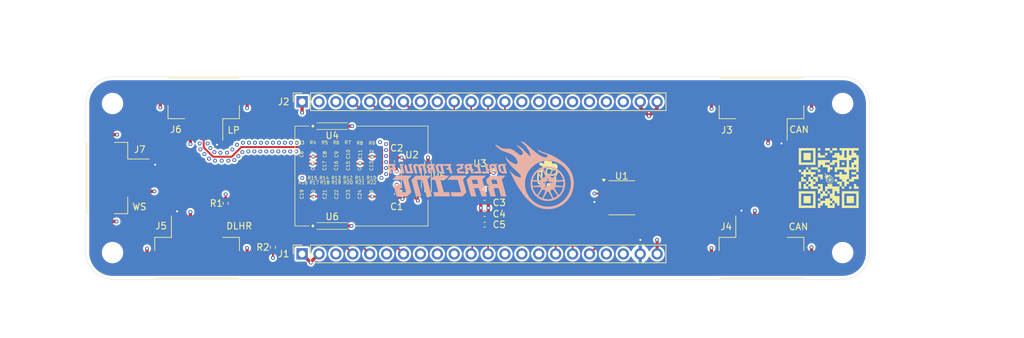
<source format=kicad_pcb>
(kicad_pcb (version 20240108) (generator "pcbnew") (generator_version "8.0")
  (title_block (title "SSS PCB") (date "2024-10-24") (rev "1.0") (company "Dallas Formula Racing") (comment 1 "By: Will Everson"))
  (layers (0 "F.Cu" signal) (1 "In1.Cu" signal) (2 "In2.Cu" signal) (31 "B.Cu" power) (34 "B.Paste" user) (35 "F.Paste" user) (36 "B.SilkS" user "B.Silkscreen") (37 "F.SilkS" user "F.Silkscreen") (38 "B.Mask" user) (39 "F.Mask" user) (44 "Edge.Cuts" user))
  (net 0 "")
  (net 1 "GND")
  (net 2 "CAN_TX")
  (net 4 "Net-(C6-Pad2)")
  (net 6 "+5V")
  (net 9 "CAN_S")
  (net 11 "+3.3V")
  (net 14 "A_SCL")
  (net 17 "CAN_RX")
  (net 19 "I2C_SDA")
  (net 20 "I2C_SCL")
  (net 21 "A_SDA")
  (net 22 "A_CS")
  (net 23 "IMU_SCL")
  (net 28 "IMU_INT2")
  (net 30 "CAN+")
  (net 31 "CAN-")
  (net 33 "IMU_INT1")
  (net 34 "IMU_MISO")
  (net 35 "IMU_CS")
  (net 36 "IMU_MOSI")
  (net 45 "Net-(C7-Pad2)")
  (net 46 "Net-(C8-Pad2)")
  (net 47 "Net-(C9-Pad2)")
  (net 48 "Net-(C10-Pad2)")
  (net 49 "Net-(C11-Pad2)")
  (net 50 "Net-(C12-Pad2)")
  (net 51 "Net-(C13-Pad2)")
  (net 52 "Net-(C14-Pad2)")
  (net 53 "Net-(C15-Pad2)")
  (net 54 "Net-(C16-Pad2)")
  (net 55 "Net-(C17-Pad2)")
  (net 56 "Net-(C18-Pad2)")
  (net 57 "Net-(C19-Pad2)")
  (net 58 "Net-(C20-Pad2)")
  (net 59 "Net-(C21-Pad2)")
  (net 60 "Net-(C22-Pad2)")
  (net 61 "Net-(C23-Pad2)")
  (net 62 "Net-(C24-Pad2)")
  (net 63 "AA_out")
  (net 64 "/WS_IN")
  (net 65 "A_In")
  (net 66 "unconnected-(J2-Pin_8-Pad8)")
  (footprint "Capacitor_SMD:C_0201_0603Metric" (layer "F.Cu") (at 72.325 62.445 90)
    (property "Reference" "C20")
    (property "Value" "10nF")
  )
  (footprint "Capacitor_SMD:C_0201_0603Metric" (layer "F.Cu") (at 78.48 61.265 180)
    (property "Reference" "R21")
    (property "Value" "1k")
  )
  (footprint "Resistor_SMD:R_0402_1005Metric_Pad0.72x0.64mm_HandSolder" (layer "F.Cu") (at 58.3 63.8 -90)
    (property "Reference" "R1")
    (property "Value" "10k")
  )
  (footprint "Capacitor_SMD:C_0201_0603Metric" (layer "F.Cu") (at 72.3 58.145 -90)
    (property "Reference" "C17")
    (property "Value" "10nF")
  )
  (footprint "LOGO" (layer "F.Cu") (at 106.8 58.1)
    (property "Reference" "G***" (hide yes))
    (property "Value" "LOGO" (hide yes))
  )
  (footprint "Capacitor_SMD:C_0201_0603Metric" (layer "F.Cu") (at 80.195 59.365)
    (property "Reference" "R10")
    (property "Value" "1k")
  )
  (footprint "LOGO" (layer "F.Cu") (at 106.6 59.9)
    (property "Reference" "G***" (hide yes))
    (property "Value" "LOGO" (hide yes))
  )
  (footprint "Capacitor_SMD:C_0201_0603Metric" (layer "F.Cu") (at 70.55 58.145 -90)
    (property "Reference" "C18")
    (property "Value" "10nF")
  )
  (footprint "Capacitor_SMD:C_0201_0603Metric" (layer "F.Cu") (at 78.45 55.365 180)
    (property "Reference" "R8")
    (property "Value" "1k")
  )
  (footprint "Connector_Hirose:Hirose_DF3EA-04P-2H_1x04-1MP_P2.00mm_Horizontal" (layer "F.Cu") (at 138.8 70.075)
    (property "Reference" "J4")
    (property "Value" "I2C")
  )
  (footprint "MountingHole:MountingHole_2.7mm_M2.5" (layer "F.Cu") (at 41.3 71.2)
    (property "Reference" "H2" (hide yes))
    (property "Value" "MountingHole")
  )
  (footprint "Capacitor_SMD:C_0402_1005Metric_Pad0.74x0.62mm_HandSolder" (layer "F.Cu") (at 97.2 65.4)
    (property "Reference" "C4")
    (property "Value" "0.1μF")
  )
  (footprint "Capacitor_SMD:C_0201_0603Metric" (layer "F.Cu") (at 74.05 62.465 90)
    (property "Reference" "C21")
    (property "Value" "10nF")
  )
  (footprint "Capacitor_SMD:C_0201_0603Metric" (layer "F.Cu") (at 75.8 56.445 90)
    (property "Reference" "C9")
    (property "Value" "10nF")
  )
  (footprint "Capacitor_SMD:C_0201_0603Metric" (layer "F.Cu") (at 77.55 62.465 90)
    (property "Reference" "C23")
    (property "Value" "10nF")
  )
  (footprint "Capacitor_SMD:C_0201_0603Metric" (layer "F.Cu") (at 79.35 56.465 90)
    (property "Reference" "C11")
    (property "Value" "10nF")
  )
  (footprint "Capacitor_SMD:C_0201_0603Metric" (layer "F.Cu") (at 75.845 58.165 -90)
    (property "Reference" "C15")
    (property "Value" "10nF")
  )
  (footprint "Capacitor_SMD:C_0201_0603Metric" (layer "F.Cu") (at 76.65 55.345 180)
    (property "Reference" "R7")
    (property "Value" "1k")
  )
  (footprint "Capacitor_SMD:C_0201_0603Metric" (layer "F.Cu") (at 77.55 56.445 90)
    (property "Reference" "C10")
    (property "Value" "10nF")
  )
  (footprint "Package_SO:SOIC-8_3.9x4.9mm_P1.27mm" (layer "F.Cu") (at 117.81 62.965)
    (property "Reference" "U1")
    (property "Value" "TJA1051T")
  )
  (footprint "Capacitor_SMD:C_0201_0603Metric" (layer "F.Cu") (at 74.9 55.345 180)
    (property "Reference" "R6")
    (property "Value" "1k")
  )
  (footprint "S1001-46R:S100146R" (layer "F.Cu") (at 74.3 52.2)
    (property "Reference" "U4")
    (property "Value" "S1001-46R" (hide yes))
  )
  (footprint "Capacitor_SMD:C_0201_0603Metric" (layer "F.Cu") (at 74.05 56.445 90)
    (property "Reference" "C8")
    (property "Value" "10nF")
  )
  (footprint "Capacitor_SMD:C_0201_0603Metric" (layer "F.Cu") (at 70.55 56.445 90)
    (property "Reference" "C6")
    (property "Value" "10nF")
  )
  (footprint "Capacitor_SMD:C_0201_0603Metric" (layer "F.Cu") (at 74.05 58.145 -90)
    (property "Reference" "C16")
    (property "Value" "10nF")
  )
  (footprint "Capacitor_SMD:C_0201_0603Metric" (layer "F.Cu") (at 79.345 58.175 -90)
    (property "Reference" "C13")
    (property "Value" "10nF")
  )
  (footprint "S1001-46R:S100146R" (layer "F.Cu") (at 74.3 67.2)
    (property "Reference" "U6")
    (property "Value" "S1001-46R" (hide yes))
  )
  (footprint "Capacitor_SMD:C_0201_0603Metric" (layer "F.Cu") (at 74.905 61.265 180)
    (property "Reference" "R19")
    (property "Value" "1k")
  )
  (footprint "Capacitor_SMD:C_0201_0603Metric" (layer "F.Cu") (at 73.15 59.345)
    (property "Reference" "R14")
    (property "Value" "1k")
  )
  (footprint "Connector_Hirose:Hirose_DF3EA-04P-2H_1x04-1MP_P2.00mm_Horizontal" (layer "F.Cu") (at 138.8 49.925 180)
    (property "Reference" "J3")
    (property "Value" "I2C")
  )
  (footprint "Capacitor_SMD:C_0201_0603Metric" (layer "F.Cu") (at 76.705 61.265 180)
    (property "Reference" "R20")
    (property "Value" "1k")
  )
  (footprint "ADS8320EB_250:DGK0008A_L" (layer "F.Cu") (at 86.2 60 90)
    (property "Reference" "U2" (hide yes))
    (property "Value" "ADS8320EB_250")
  )
  (footprint "Capacitor_SMD:C_0402_1005Metric_Pad0.74x0.62mm_HandSolder" (layer "F.Cu") (at 84 62.4 90)
    (property "Reference" "C1")
    (property "Value" "10μF")
  )
  (footprint "Capacitor_SMD:C_0201_0603Metric" (layer "F.Cu") (at 80.25 61.265 180)
    (property "Reference" "R22")
    (property "Value" "1k")
  )
  (footprint "Capacitor_SMD:C_0201_0603Metric" (layer "F.Cu") (at 80.25 55.365 180)
    (property "Reference" "R9")
    (property "Value" "1k")
  )
  (footprint "Capacitor_SMD:C_0201_0603Metric" (layer "F.Cu") (at 79.3 62.475 90)
    (property "Reference" "C24")
    (property "Value" "10nF")
  )
  (footprint "Connector_Hirose:Hirose_DF3EA-04P-2H_1x04-1MP_P2.00mm_Horizontal" (layer "F.Cu") (at 54 70.075)
    (property "Reference" "J5")
    (property "Value" "I2C")
  )
  (footprint "Connector_Hirose:Hirose_DF3EA-03P-2H_1x03-1MP_P2.00mm_Horizontal" (layer "F.Cu") (at 42.425 60 -90)
    (property "Reference" "J7")
    (property "Value" "WS")
  )
  (footprint "MountingHole:MountingHole_2.7mm_M2.5" (layer "F.Cu") (at 41.3 48.8)
    (property "Reference" "H3" (hide yes))
    (property "Value" "MountingHole")
  )
  (footprint "Capacitor_SMD:C_0201_0603Metric" (layer "F.Cu") (at 74.95 59.345)
    (property "Reference" "R13")
    (property "Value" "1k")
  )
  (footprint "Capacitor_SMD:C_0201_0603Metric" (layer "F.Cu") (at 73.17 55.345 180)
    (property "Reference" "R5")
    (property "Value" "1k")
  )
  (footprint "Capacitor_SMD:C_0201_0603Metric" (layer "F.Cu") (at 72.3 56.445 90)
    (property "Reference" "C7")
    (property "Value" "10nF")
  )
  (footprint "Capacitor_SMD:C_0201_0603Metric" (layer "F.Cu") (at 69.85 61.325 180)
    (property "Reference" "R16")
    (property "Value" "1k")
  )
  (footprint "MountingHole:MountingHole_2.7mm_M2.5" (layer "F.Cu") (at 151 48.8)
    (property "Reference" "H4" (hide yes))
    (property "Value" "MountingHole")
  )
  (footprint "Capacitor_SMD:C_0201_0603Metric" (layer "F.Cu") (at 69.65 55.345 180)
    (property "Reference" "R3")
    (property "Value" "1k")
  )
  (footprint "Capacitor_SMD:C_0201_0603Metric" (layer "F.Cu") (at 75.8 62.465 90)
    (property "Reference" "C22")
    (property "Value" "10nF")
  )
  (footprint "Connector_PinSocket_2.54mm:PinSocket_1x22_P2.54mm_Vertical" (layer "F.Cu") (at 69.78 48.54 90)
    (property "Reference" "J2")
    (property "Value" "ESP32_Connector_1")
  )
  (footprint "Capacitor_SMD:C_0201_0603Metric" (layer "F.Cu") (at 71.4 59.345)
    (property "Reference" "R15")
    (property "Value" "1k")
  )
  (footprint "MountingHole:MountingHole_2.7mm_M2.5" (layer "F.Cu") (at 151 71.2)
    (property "Reference" "H1" (hide yes))
    (property "Value" "MountingHole")
  )
  (footprint "Capacitor_SMD:C_0201_0603Metric" (layer "F.Cu") (at 70.575 62.445 90)
    (property "Reference" "C19")
    (property "Value" "10nF")
  )
  (footprint "Connector_PinSocket_2.54mm:PinSocket_1x22_P2.54mm_Vertical" (layer "F.Cu") (at 69.78 71.4 90)
    (property "Reference" "J1")
    (property "Value" "ESP32_Connector_0")
  )
  (footprint "Capacitor_SMD:C_0402_1005Metric_Pad0.74x0.62mm_HandSolder" (layer "F.Cu") (at 84 57.5 -90)
    (property "Reference" "C2")
    (property "Value" "1μF")
  )
  (footprint "Resistor_SMD:R_0402_1005Metric_Pad0.72x0.64mm_HandSolder" (layer "F.Cu") (at 65.4 70.4 90)
    (property "Reference" "R2")
    (property "Value" "10k")
  )
  (footprint "S1001-46R:S100146R" (layer "F.Cu") (at 88.7 59.8 90)
    (property "Reference" "U5")
    (property "Value" "S1001-46R" (hide yes))
  )
  (footprint "Capacitor_SMD:C_0201_0603Metric" (layer "F.Cu") (at 81.05 62.475 90)
    (property "Reference" "C25")
    (property "Value" "10nF")
  )
  (footprint "Capacitor_SMD:C_0201_0603Metric" (layer "F.Cu") (at 76.645 59.365)
    (property "Reference" "R12")
    (property "Value" "1k")
  )
  (footprint "Capacitor_SMD:C_0201_0603Metric" (layer "F.Cu") (at 78.445 59.365)
    (property "Reference" "R11")
    (property "Value" "1k")
  )
  (footprint "Capacitor_SMD:C_0402_1005Metric_Pad0.74x0.62mm_HandSolder" (layer "F.Cu") (at 97.2 67 180)
    (property "Reference" "C5")
    (property "Value" "0.1μF")
  )
  (footprint "Capacitor_SMD:C_0201_0603Metric" (layer "F.Cu") (at 71.4 55.345 180)
    (property "Reference" "R4")
    (property "Value" "1k")
  )
  (footprint "DFR:DFR" (layer "F.Cu") (at 75.965 58.15 90)
    (property "Reference" "REF**" (hide yes))
    (property "Value" "DFR" (hide yes))
  )
  (footprint "LOGO" (layer "F.Cu") (at 148.9 60 90)
    (property "Reference" "G***" (hide yes))
    (property "Value" "LOGO" (hide yes))
  )
  (footprint "Capacitor_SMD:C_0201_0603Metric" (layer "F.Cu") (at 81.1 56.465 90)
    (property "Reference" "C12")
    (property "Value" "10nF")
  )
  (footprint "Capacitor_SMD:C_0201_0603Metric" (layer "F.Cu") (at 77.595 58.175 -90)
    (property "Reference" "C14")
    (property "Value" "10nF")
  )
  (footprint "Capacitor_SMD:C_0201_0603Metric" (layer "F.Cu") (at 71.55 61.325 180)
    (property "Reference" "R17")
    (property "Value" "1k")
  )
  (footprint "Connector_Hirose:Hirose_DF3EA-03P-2H_1x03-1MP_P2.00mm_Horizontal" (layer "F.Cu") (at 55 49.925 180)
    (property "Reference" "J6")
    (property "Value" "ADC")
  )
  (footprint "ICM-42688-P:PQFN50P300X250X97-14N" (layer "F.Cu") (at 96.5 60)
    (property "Reference" "U3" (hide yes))
    (property "Value" "ICM-42688-P")
  )
  (footprint "Capacitor_SMD:C_0201_0603Metric" (layer "F.Cu") (at 73.2 61.265 180)
    (property "Reference" "R18")
    (property "Value" "1k")
  )
  (footprint "Capacitor_SMD:C_0402_1005Metric_Pad0.74x0.62mm_HandSolder" (layer "F.Cu") (at 97.2 63.7)
    (property "Reference" "C3")
    (property "Value" "2.2μF")
  )
  (footprint "LOGO" (layer "B.Cu") (at 96.602794 60.076704 180)
    (property "Reference" "G***" (hide yes))
    (property "Value" "LOGO" (hide yes))
  )
  (gr_line (start 88.7 67.2) (end 88.7 63.3) (stroke (width 0.1)) (layer "F.SilkS"))
  (gr_line (start 76.6 51.7) (end 72 51.7) (stroke (width 0.1)) (layer "F.SilkS"))
  (gr_line (start 68.7 52.2) (end 70.8 52.2) (stroke (width 0.1)) (layer "F.SilkS"))
  (gr_line (start 72 52.7) (end 76.6 52.7) (stroke (width 0.1)) (layer "F.SilkS"))
  (gr_line (start 88.2 57.5) (end 88.2 62.1) (stroke (width 0.1)) (layer "F.SilkS"))
  (gr_line (start 77.9 67.2) (end 88.7 67.2) (stroke (width 0.1)) (layer "F.SilkS"))
  (gr_line (start 88.7 52.2) (end 88.7 56.2) (stroke (width 0.1)) (layer "F.SilkS"))
  (gr_line (start 68.7 67.2) (end 70.8 67.2) (stroke (width 0.1)) (layer "F.SilkS"))
  (gr_line (start 89.2 62.1) (end 89.2 57.5) (stroke (width 0.1)) (layer "F.SilkS"))
  (gr_line (start 68.7 52.2) (end 68.7 67.2) (stroke (width 0.1)) (layer "F.SilkS"))
  (gr_line (start 88.7 52.2) (end 78 52.2) (stroke (width 0.1)) (layer "F.SilkS"))
  (gr_circle (center 84.6 62) (end 84.6 61.95) (stroke (width 0.2)) (fill none) (layer "F.SilkS"))
  (gr_line (start 76.6 66.7) (end 72 66.7) (stroke (width 0.1)) (layer "F.SilkS"))
  (gr_line (start 72 67.7) (end 76.6 67.7) (stroke (width 0.1)) (layer "F.SilkS"))
  (gr_arc (start 151 44.8) (mid 153.828427 45.971573) (end 155 48.8) (stroke (width 0.05)) (layer "Edge.Cuts"))
  (gr_line (start 155 48.8) (end 155 71.2) (stroke (width 0.05)) (layer "Edge.Cuts"))
  (gr_arc (start 41.3 75.2) (mid 38.471573 74.028427) (end 37.3 71.2) (stroke (width 0.05)) (layer "Edge.Cuts"))
  (gr_arc (start 155 71.2) (mid 153.828427 74.028427) (end 151 75.2) (stroke (width 0.05)) (layer "Edge.Cuts"))
  (gr_line (start 41.3 44.8) (end 151 44.8) (stroke (width 0.05)) (layer "Edge.Cuts"))
  (gr_line (start 37.3 71.2) (end 37.3 48.8) (stroke (width 0.05)) (layer "Edge.Cuts"))
  (gr_arc (start 37.3 48.8) (mid 38.471573 45.971573) (end 41.3 44.8) (stroke (width 0.05)) (layer "Edge.Cuts"))
  (gr_line (start 151 75.2) (end 41.3 75.2) (stroke (width 0.05)) (layer "Edge.Cuts"))
  (gr_text "U3" (at 96.5 57.8 0) (layer "F.SilkS") (effects (font (size 1 1))))
  (gr_text "LP" (at 58.5 53.4 0) (layer "F.SilkS") (effects (font (size 1 1)) (justify left bottom)))
  (gr_text "WS" (at 44.2 64.9 0) (layer "F.SilkS") (effects (font (size 1 1)) (justify left bottom)))
  (gr_text "CAN" (at 142.9 53.3 0) (layer "F.SilkS") (effects (font (size 1 1)) (justify left bottom)))
  (gr_text "DLHR" (at 58.3 67.8 0) (layer "F.SilkS") (effects (font (size 1 1)) (justify left bottom)))
  (gr_text "CAN" (at 142.8 67.9 0) (layer "F.SilkS") (effects (font (size 1 1)) (justify left bottom)))
  (segment (start 71.45 56.765) (end 70.55 56.765) (width 0.3) (layer "F.Cu") (net 1))
  (segment (start 72.7 67.2) (end 77.2 67.2) (width 0.5) (layer "F.Cu") (net 1))
  (segment (start 69.78 48.54) (end 69.78 50.18) (width 0.5) (layer "F.Cu") (net 1))
  (segment (start 86.524998 62.749999) (end 87.174999 63.4) (width 0.3) (layer "F.Cu") (net 1))
  (segment (start 71.4 57.825) (end 70.55 57.825) (width 0.3) (layer "F.Cu") (net 1))
  (segment (start 96.985 61.4) (end 97 61.4) (width 0.25) (layer "F.Cu") (net 1))
  (segment (start 74.05 62.785) (end 75.8 62.785) (width 0.3) (layer "F.Cu") (net 1))
  (segment (start 96.5 60.915) (end 96.985 61.4) (width 0.25) (layer "F.Cu") (net 1))
  (segment (start 97.665 59.25) (end 98.55 59.25) (width 0.25) (layer "F.Cu") (net 1))
  (segment (start 45.275 62) (end 47.6 62) (width 0.5) (layer "F.Cu") (net 1))
  (segment (start 96.6325 63.7) (end 96.6325 64.5) (width 0.5) (layer "F.Cu") (net 1))
  (segment (start 79.315 57.825) (end 79.345 57.855) (width 0.3) (layer "F.Cu") (net 1))
  (segment (start 139.8 52.575) (end 139.8 54.8) (width 0.5) (layer "F.Cu") (net 1))
  (segment (start 137.8 67.225) (end 137.8 64.9) (width 0.5) (layer "F.Cu") (net 1))
  (segment (start 46.48 72.825) (end 46.48 70.58) (width 0.5) (layer "F.Cu") (net 1))
  (segment (start 77.55 56.765) (end 81.08 56.765) (width 0.3) (layer "F.Cu") (net 1))
  (segment (start 84 61.8325) (end 84 61) (width 0.3) (layer "F.Cu") (net 1))
  (segment (start 72.7 52.2) (end 77.3 52.2) (width 0.5) (layer "F.Cu") (net 1))
  (segment (start 123.12 49.48) (end 121.9 50.7) (width 0.5) (layer "F.Cu") (net 1))
  (segment (start 61.52 47.075) (end 61.52 49.5) (width 0.5) (layer "F.Cu") (net 1))
  (segment (start 72.325 62.765) (end 74.03 62.765) (width 0.3) (layer "F.Cu") (net 1))
  (segment (start 74.05 57.825) (end 79.315 57.825) (width 0.3) (layer "F.Cu") (net 1))
  (segment (start 96.6325 64.5) (end 96.6325 65.4) (width 0.5) (layer "F.Cu") (net 1))
  (segment (start 75.8 56.765) (end 77.55 56.765) (width 0.3) (layer "F.Cu") (net 1))
  (segment (start 88.7 61.4) (end 88.7 56.9) (width 0.5) (layer "F.Cu") (net 1))
  (segment (start 81.08 56.765) (end 81.1 56.785) (width 0.3) (layer "F.Cu") (net 1))
  (segment (start 131.28 46.975) (end 131.28 49.58) (width 0.5) (layer "F.Cu") (net 1))
  (segment (start 74.03 62.765) (end 74.05 62.785) (width 0.3) (layer "F.Cu") (net 1))
  (segment (start 70.575 62.765) (end 72.325 62.765) (width 0.3) (layer "F.Cu") (net 1))
  (segment (start 97 60.915) (end 97 61.4) (width 0.25) (layer "F.Cu") (net 1))
  (segment (start 75.8 62.785) (end 80.3 62.785) (width 0.3) (layer "F.Cu") (net 1))
  (segment (start 123.12 48.54) (end 123.12 49.48) (width 0.5) (layer "F.Cu") (net 1))
  (segment (start 87.174999 62.049998) (end 87.174999 63.4) (width 0.3) (layer "F.Cu") (net 1))
  (segment (start 131.28 72.825) (end 131.28 70.5) (width 0.5) (layer "F.Cu") (net 1))
  (segment (start 71.45 56.765) (end 75.8 56.765) (width 0.3) (layer "F.Cu") (net 1))
  (segment (start 84 59) (end 84 58.0675) (width 0.3) (layer "F.Cu") (net 1))
  (segment (start 39.675 53.48) (end 42 53.48) (width 0.5) (layer "F.Cu") (net 1))
  (segment (start 97 61.4) (end 97 61.7) (width 0.25) (layer "F.Cu") (net 1))
  (segment (start 48.48 47.075) (end 48.48 49.4) (width 0.5) (layer "F.Cu") (net 1))
  (segment (start 61.52 72.825) (end 61.52 70.52) (width 0.5) (layer "F.Cu") (net 1))
  (segment (start 80.3 62.785) (end 81.04 62.785) (width 0.3) (layer "F.Cu") (net 1))
  (segment (start 53 52.775) (end 53 54.9) (width 0.5) (layer "F.Cu") (net 1))
  (segment (start 39.675 66.52) (end 41.9 66.52) (width 0.5) (layer "F.Cu") (net 1))
  (segment (start 123.12 71.4) (end 123.12 69.28) (width 0.5) (layer "F.Cu") (net 1))
  (segment (start 86.524998 62.049998) (end 86.524998 62.749999) (width 0.3) (layer "F.Cu") (net 1))
  (segment (start 146.32 46.975) (end 146.32 49.58) (width 0.5) (layer "F.Cu") (net 1))
  (segment (start 96.6325 65.4) (end 96.6325 67) (width 0.5) (layer "F.Cu") (net 1))
  (segment (start 115.335 62.33) (end 113.7 62.33) (width 0.3) (layer "F.Cu") (net 1))
  (segment (start 120.58 49.38) (end 121.9 50.7) (width 0.5) (layer "F.Cu") (net 1))
  (segment (start 74.05 57.825) (end 71.4 57.825) (width 0.3) (layer "F.Cu") (net 1))
  (segment (start 146.32 72.825) (end 146.32 70.4) (width 0.5) (layer "F.Cu") (net 1))
  (segment (start 146.32 49.58) (end 146.3 49.6) (width 0.5) (layer "F.Cu") (net 1))
  (segment (start 53 67.225) (end 53 65.1) (width 0.5) (layer "F.Cu") (net 1))
  (segment (start 81.04 62.785) (end 81.05 62.795) (width 0.3) (layer "F.Cu") (net 1))
  (segment (start 120.58 48.54) (end 120.58 49.38) (width 0.5) (layer "F.Cu") (net 1))
  (segment (start 61.52 70.52) (end 61.5 70.5) (width 0.5) (layer "F.Cu") (net 1))
  (segment (start 131.28 49.58) (end 131.3 49.6) (width 0.5) (layer "F.Cu") (net 1))
  (via (at 60.8 56.1) (size 0.6) (drill 0.3) (layers "F.Cu" "B.Cu") (net 1))
  (via (at 68 56) (size 0.6) (drill 0.3) (layers "F.Cu" "B.Cu") (net 1))
  (via (at 87.174999 63.4) (size 0.6) (drill 0.3) (layers "F.Cu" "B.Cu") (net 1))
  (via (at 113.7 62.33) (size 0.6) (drill 0.3) (layers "F.Cu" "B.Cu") (net 1))
  (via (at 62.6 56) (size 0.6) (drill 0.3) (layers "F.Cu" "B.Cu") (net 1))
  (via (at 60 55) (size 0.6) (drill 0.3) (layers "F.Cu" "B.Cu") (net 1))
  (via (at 82.4 58.5) (size 0.6) (drill 0.3) (layers "F.Cu" "B.Cu") (net 1))
  (via (at 121.9 50.7) (size 0.6) (drill 0.3) (layers "F.Cu" "B.Cu") (net 1))
  (via (at 82.4 55.8) (size 0.6) (drill 0.3) (layers "F.Cu" "B.Cu") (net 1))
  (via (at 68.1 54.7) (size 0.6) (drill 0.3) (layers "F.Cu" "B.Cu") (net 1))
  (via (at 55.6 54.8) (size 0.6) (drill 0.3) (layers "F.Cu" "B.Cu") (net 1))
  (via (at 82.4 59.4) (size 0.6) (drill 0.3) (layers "F.Cu" "B.Cu") (net 1))
  (via (at 84 59) (size 0.6) (drill 0.3) (layers "F.Cu" "B.Cu") (net 1))
  (via (at 57.5 56.2) (size 0.6) (drill 0.3) (layers "F.Cu" "B.Cu") (net 1))
  (via (at 71.4 57.825) (size 0.6) (drill 0.3) (layers "F.Cu" "B.Cu") (net 1))
  (via (at 66.2 56) (size 0.6) (drill 0.3) (layers "F.Cu" "B.Cu") (net 1))
  (via (at 46.48 70.58) (size 0.6) (drill 0.3) (layers "F.Cu" "B.Cu") (net 1))
  (via (at 48.48 49.4) (size 0.6) (drill 0.3) (layers "F.Cu" "B.Cu") (net 1))
  (via (at 61.5 70.5) (size 0.6) (drill 0.3) (layers "F.Cu" "B.Cu") (net 1))
  (via (at 60.2 56.7) (size 0.6) (drill 0.3) (layers "F.Cu" "B.Cu") (net 1))
  (via (at 80.3 62.785) (size 0.6) (drill 0.3) (layers "F.Cu" "B.Cu") (net 1))
  (via (at 66.3 54.7) (size 0.6) (drill 0.3) (layers "F.Cu" "B.Cu") (net 1))
  (via (at 53 54.9) (size 0.6) (drill 0.3) (layers "F.Cu" "B.Cu") (net 1))
  (via (at 80.3 56.8) (size 0.6) (drill 0.3) (layers "F.Cu" "B.Cu") (net 1))
  (via (at 88.7 56.9) (size 0.6) (drill 0.3) (layers "F.Cu" "B.Cu") (net 1))
  (via (at 131.28 70.5) (size 0.6) (drill 0.3) (layers "F.Cu" "B.Cu") (net 1))
  (via (at 56.7 57.4) (size 0.6) (drill 0.3) (layers "F.Cu" "B.Cu") (net 1))
  (via (at 54.5 55.7) (size 0.6) (drill 0.3) (layers "F.Cu" "B.Cu") (net 1))
  (via (at 71.5 62.8) (size 0.6) (drill 0.3) (layers "F.Cu" "B.Cu") (net 1))
  (via (at 71.45 56.765) (size 0.6) (drill 0.3) (layers "F.Cu" "B.Cu") (net 1))
  (via (at 63.5 56) (size 0.6) (drill 0.3) (layers "F.Cu" "B.Cu") (net 1))
  (via (at 82.4 56.7) (size 0.6) (drill 0.3) (layers "F.Cu" "B.Cu") (net 1))
  (via (at 47.6 62) (size 0.6) (drill 0.3) (layers "F.Cu" "B.Cu") (net 1))
  (via (at 96.6325 64.5) (size 0.6) (drill 0.3) (layers "F.Cu" "B.Cu") (net 1))
  (via (at 69 54.7) (size 0.6) (drill 0.3) (layers "F.Cu" "B.Cu") (net 1))
  (via (at 67.1 56) (size 0.6) (drill 0.3) (layers "F.Cu" "B.Cu") (net 1))
  (via (at 57.7 57.4) (size 0.6) (drill 0.3) (layers "F.Cu" "B.Cu") (net 1))
  (via (at 62.7 54.7) (size 0.6) (drill 0.3) (layers "F.Cu" "B.Cu") (net 1))
  (via (at 82.4 57.6) (size 0.6) (drill 0.3) (layers "F.Cu" "B.Cu") (net 1))
  (via (at 54.4 54.8) (size 0.6) (drill 0.3) (layers "F.Cu" "B.Cu") (net 1))
  (via (at 64.4 56) (size 0.6) (drill 0.3) (layers "F.Cu" "B.Cu") (net 1))
  (via (at 65.4 54.7) (size 0.6) (drill 0.3) (layers "F.Cu" "B.Cu") (net 1))
  (via (at 61.7 56) (size 0.6) (drill 0.3) (layers "F.Cu" "B.Cu") (net 1))
  (via (at 65.3 56) (size 0.6) (drill 0.3) (layers "F.Cu" "B.Cu") (net 1))
  (via (at 58.5 56.2) (size 0.6) (drill 0.3) (layers "F.Cu" "B.Cu") (net 1))
  (via (at 56 55.5) (size 0.6) (drill 0.3) (layers "F.Cu" "B.Cu") (net 1))
  (via (at 69.78 50.18) (size 0.6) (drill 0.3) (layers "F.Cu" "B.Cu") (net 1))
  (via (at 139.8 54.8) (size 0.6) (drill 0.3) (layers "F.Cu" "B.Cu") (net 1))
  (via (at 63.6 54.7) (size 0.6) (drill 0.3) (layers "F.Cu" "B.Cu") (net 1))
  (via (at 77.3 52.2) (size 0.6) (drill 0.3) (layers "F.Cu" "B.Cu") (net 1))
  (via (at 56.6 56.1) (size 0.6) (drill 0.3) (layers "F.Cu" "B.Cu") (net 1))
  (via (at 81.7 60) (size 0.6) (drill 0.3) (layers "F.Cu" "B.Cu") (net 1))
  (via (at 53 65.1) (size 0.6) (drill 0.3) (layers "F.Cu" "B.Cu") (net 1))
  (via (at 67.2 54.7) (size 0.6) (drill 0.3) (layers "F.Cu" "B.Cu") (net 1))
  (via (at 41.9 66.52) (size 0.6) (drill 0.3) (layers "F.Cu" "B.Cu") (net 1))
  (via (at 55.8 57.1) (size 0.6) (drill 0.3) (layers "F.Cu" "B.Cu") (net 1))
  (via (at 146.32 70.4) (size 0.6) (drill 0.3) (layers "F.Cu" "B.Cu") (net 1))
  (via (at 146.3 49.6) (size 0.6) (drill 0.3) (layers "F.Cu" "B.Cu") (net 1))
  (via (at 82.4 54.9) (size 0.6) (drill 0.3) (layers "F.Cu" "B.Cu") (net 1))
  (via (at 97 61.7) (size 0.6) (drill 0.3) (layers "F.Cu" "B.Cu") (net 1))
  (via (at 69.8 60) (size 0.6) (drill 0.3) (layers "F.Cu" "B.Cu") (net 1))
  (via (at 98.55 59.25) (size 0.6) (drill 0.3) (layers "F.Cu" "B.Cu") (net 1))
  (via (at 131.3 49.6) (size 0.6) (drill 0.3) (layers "F.Cu" "B.Cu") (net 1))
  (via (at 81.5 54.6) (size 0.6) (drill 0.3) (layers "F.Cu" "B.Cu") (net 1))
  (via (at 137.8 64.9) (size 0.6) (drill 0.3) (layers "F.Cu" "B.Cu") (net 1))
  (via (at 61.52 49.5) (size 0.6) (drill 0.3) (layers "F.Cu" "B.Cu") (net 1))
  (via (at 42 53.48) (size 0.6) (drill 0.3) (layers "F.Cu" "B.Cu") (net 1))
  (via (at 61.8 54.7) (size 0.6) (drill 0.3) (layers "F.Cu" "B.Cu") (net 1))
  (via (at 59.6 57.3) (size 0.6) (drill 0.3) (layers "F.Cu" "B.Cu") (net 1))
  (via (at 59.3 55.7) (size 0.6) (drill 0.3) (layers "F.Cu" "B.Cu") (net 1))
  (via (at 78.5 57.8) (size 0.6) (drill 0.3) (layers "F.Cu" "B.Cu") (net 1))
  (via (at 123.12 69.28) (size 0.6) (drill 0.3) (layers "F.Cu" "B.Cu") (net 1))
  (via (at 84 61) (size 0.6) (drill 0.3) (layers "F.Cu" "B.Cu") (net 1))
  (via (at 77.2 67.2) (size 0.6) (drill 0.3) (layers "F.Cu" "B.Cu") (net 1))
  (via (at 64.5 54.7) (size 0.6) (drill 0.3) (layers "F.Cu" "B.Cu") (net 1))
  (via (at 68.9 56) (size 0.6) (drill 0.3) (layers "F.Cu" "B.Cu") (net 1))
  (via (at 58.7 57.4) (size 0.6) (drill 0.3) (layers "F.Cu" "B.Cu") (net 1))
  (via (at 60.9 54.7) (size 0.6) (drill 0.3) (layers "F.Cu" "B.Cu") (net 1))
  (via (at 55.1 56.4) (size 0.6) (drill 0.3) (layers "F.Cu" "B.Cu") (net 1))
  (segment (start 107.88 66.02) (end 107.88 71.4) (width 0.3) (layer "F.Cu") (net 2))
  (segment (start 115.335 61.06) (end 112.54 61.06) (width 0.3) (layer "F.Cu") (net 2))
  (segment (start 112.54 61.06) (end 107.9 65.7) (width 0.3) (layer "F.Cu") (net 2))
  (segment (start 107.9 66) (end 107.88 66.02) (width 0.3) (layer "F.Cu") (net 2))
  (segment (start 107.9 65.7) (end 107.9 66) (width 0.3) (layer "F.Cu") (net 2))
  (segment (start 71.08 55.345) (end 70.83 55.345) (width 0.3) (layer "F.Cu") (net 4))
  (segment (start 70.83 55.345) (end 70.55 55.625) (width 0.3) (layer "F.Cu") (net 4))
  (segment (start 70.55 55.625) (end 70.55 56.125) (width 0.3) (layer "F.Cu") (net 4))
  (segment (start 69.97 55.345) (end 71.08 55.345) (width 0.3) (layer "F.Cu") (net 4))
  (segment (start 135.8 64.9) (end 135.8 67.225) (width 0.5) (layer "F.Cu") (net 6))
  (segment (start 120.58 69.32) (end 120.58 71.4) (width 0.5) (layer "F.Cu") (net 6))
  (segment (start 141.8 54.8) (end 141.8 52.775) (width 0.5) (layer "F.Cu") (net 6))
  (segment (start 120.6 69.3) (end 120.58 69.32) (width 0.5) (layer "F.Cu") (net 6))
  (segment (start 45.275 58) (end 47.7 58) (width 0.5) (layer "F.Cu") (net 6))
  (segment (start 57 52.775) (end 57 55) (width 0.5) (layer "F.Cu") (net 6))
  (segment (start 115.335 63.6) (end 113.7 63.6) (width 0.5) (layer "F.Cu") (net 6))
  (segment (start 51 65) (end 51 67.225) (width 0.5) (layer "F.Cu") (net 6))
  (via (at 113.7 63.6) (size 0.6) (drill 0.3) (layers "F.Cu" "B.Cu") (net 6))
  (via (at 135.8 64.9) (size 0.6) (drill 0.3) (layers "F.Cu" "B.Cu") (net 6))
  (via (at 141.8 54.8) (size 0.6) (drill 0.3) (layers "F.Cu" "B.Cu") (net 6))
  (via (at 120.6 69.3) (size 0.6) (drill 0.3) (layers "F.Cu" "B.Cu") (net 6))
  (via (at 51 65) (size 0.6) (drill 0.3) (layers "F.Cu" "B.Cu") (net 6))
  (via (at 57 55) (size 0.6) (drill 0.3) (layers "F.Cu" "B.Cu") (net 6))
  (via (at 47.7 58) (size 0.6) (drill 0.3) (layers "F.Cu" "B.Cu") (net 6))
  (segment (start 120.285 61.06) (end 119.310001 61.06) (width 0.3) (layer "F.Cu") (net 9))
  (segment (start 117.8 62.570001) (end 117.8 66.56) (width 0.3) (layer "F.Cu") (net 9))
  (segment (start 119.310001 61.06) (end 117.8 62.570001) (width 0.3) (layer "F.Cu") (net 9))
  (segment (start 117.8 66.56) (end 112.96 71.4) (width 0.3) (layer "F.Cu") (net 9))
  (segment (start 96 61.583884) (end 97.7675 63.351384) (width 0.25) (layer "F.Cu") (net 11))
  (segment (start 97.7675 63.351384) (end 97.7675 63.7) (width 0.25) (layer "F.Cu") (net 11))
  (segment (start 96 60.915) (end 96 61.583884) (width 0.25) (layer "F.Cu") (net 11))
  (segment (start 84.852878 63.152878) (end 85.224998 62.780758) (width 0.3) (layer "F.Cu") (net 11))
  (segment (start 84.6675 62.9675) (end 84 62.9675) (width 0.3) (layer "F.Cu") (net 11))
  (segment (start 71.08 72.7) (end 69.78 71.4) (width 0.5) (layer "F.Cu") (net 11))
  (segment (start 85.224998 57.949999) (end 85.224998 57.424998) (width 0.3) (layer "F.Cu") (net 11))
  (segment (start 97.7675 67) (end 97.7675 65.4) (width 0.5) (layer "F.Cu") (net 11))
  (segment (start 84.7325 56.9325) (end 84 56.9325) (width 0.3) (layer "F.Cu") (net 11))
  (segment (start 71.1 72.7) (end 71.08 72.7) (width 0.5) (layer "F.Cu") (net 11))
  (segment (start 65.4 72.00125) (end 65.4 70.99875) (width 0.3) (layer "F.Cu") (net 11))
  (segment (start 97.665 63.248884) (end 97.7675 63.351384) (width 0.25) (layer "F.Cu") (net 11))
  (segment (start 97.665 60.75) (end 97.665 63.248884) (width 0.25) (layer "F.Cu") (net 11))
  (segment (start 58.3 63.2025) (end 58.3 62.45) (width 0.3) (layer "F.Cu") (net 11))
  (segment (start 97.7675 64.5) (end 97.7675 63.7) (width 0.5) (layer "F.Cu") (net 11))
  (segment (start 84.852878 63.152878) (end 84.6675 62.9675) (width 0.3) (layer "F.Cu") (net 11))
  (segment (start 85.224998 57.424998) (end 84.7325 56.9325) (width 0.3) (layer "F.Cu") (net 11))
  (segment (start 85.224998 62.780758) (end 85.224998 62.049998) (width 0.3) (layer "F.Cu") (net 11))
  (segment (start 71.1 72.62) (end 72.32 71.4) (width 0.5) (layer "F.Cu") (net 11))
  (segment (start 71.1 72.7) (end 71.1 72.62) (width 0.5) (layer "F.Cu") (net 11))
  (segment (start 97.7675 65.4) (end 97.7675 64.5) (width 0.5) (layer "F.Cu") (net 11))
  (via (at 84.852878 63.152878) (size 0.6) (drill 0.3) (layers "F.Cu" "B.Cu") (net 11))
  (via (at 58.3 62.45) (size 0.6) (drill 0.3) (layers "F.Cu" "B.Cu") (net 11))
  (via (at 65.4 72.00125) (size 0.6) (drill 0.3) (layers "F.Cu" "B.Cu") (net 11))
  (via (at 84.7325 56.9325) (size 0.6) (drill 0.3) (layers "F.Cu" "B.Cu") (net 11))
  (via (at 71.1 72.7) (size 0.6) (drill 0.3) (layers "F.Cu" "B.Cu") (net 11))
  (via (at 97.7675 64.5) (size 0.6) (drill 0.3) (layers "F.Cu" "B.Cu") (net 11))
  (segment (start 85.874999 54.474999) (end 79.94 48.54) (width 0.3) (layer "F.Cu") (net 14))
  (segment (start 85.874999 57.949999) (end 85.874999 54.474999) (width 0.3) (layer "F.Cu") (net 14))
  (segment (start 110.42 69.785) (end 110.42 71.4) (width 0.3) (layer "F.Cu") (net 17))
  (segment (start 115.335 64.87) (end 110.42 69.785) (width 0.3) (layer "F.Cu") (net 17))
  (segment (start 75.5 69.5) (end 59.275 69.5) (width 0.3) (layer "F.Cu") (net 19))
  (segment (start 59.275 69.5) (end 57 67.225) (width 0.3) (layer "F.Cu") (net 19))
  (segment (start 77.4 71.4) (end 75.5 69.5) (width 0.3) (layer "F.Cu") (net 19))
  (segment (start 64.9 68.9) (end 60.6 64.6) (width 0.3) (layer "F.Cu") (net 20))
  (segment (start 56.075 64.6) (end 55 65.675) (width 0.3) (layer "F.Cu") (net 20))
  (segment (start 60.6 64.6) (end 56.075 64.6) (width 0.3) (layer "F.Cu") (net 20))
  (segment (start 55 65.675) (end 55 67.225) (width 0.3) (layer "F.Cu") (net 20))
  (segment (start 79.94 71.4) (end 77.44 68.9) (width 0.3) (layer "F.Cu") (net 20))
  (segment (start 77.44 68.9) (end 64.9 68.9) (width 0.3) (layer "F.Cu") (net 20))
  (segment (start 82.48 48.54) (end 86.524998 52.584998) (width 0.3) (layer "F.Cu") (net 21))
  (segment (start 86.524998 52.584998) (end 86.524998 57.949999) (width 0.3) (layer "F.Cu") (net 21))
  (segment (start 85.64 48.54) (end 85.02 48.54) (width 0.3) (layer "F.Cu") (net 22))
  (segment (start 87.174999 50.694999) (end 85.02 48.54) (width 0.3) (layer "F.Cu") (net 22))
  (segment (start 87.174999 57.949999) (end 87.174999 50.694999) (width 0.3) (layer "F.Cu") (net 22))
  (segment (start 97.72 54.08) (end 97.72 48.54) (width 0.25) (layer "F.Cu") (net 23))
  (segment (start 96.5 55.3) (end 97.72 54.08) (width 0.25) (layer "F.Cu") (net 23))
  (segment (start 96.5 59.085) (end 96.5 55.3) (width 0.25) (layer "F.Cu") (net 23))
  (segment (start 98.85 60.25) (end 99.2 60.6) (width 0.25) (layer "F.Cu") (net 28))
  (segment (start 99.2 60.6) (end 99.2 68.5) (width 0.25) (layer "F.Cu") (net 28))
  (segment (start 97.665 60.25) (end 98.85 60.25) (width 0.25) (layer "F.Cu") (net 28))
  (segment (start 99.2 68.5) (end 97.72 69.98) (width 0.25) (layer "F.Cu") (net 28))
  (segment (start 97.72 69.98) (end 97.72 71.4) (width 0.25) (layer "F.Cu") (net 28))
  (segment (start 141.025 61.4932) (end 141.025 64.124999) (width 0.2) (layer "F.Cu") (net 30))
  (segment (start 136.575 57.1068) (end 136.575 56.4) (width 0.2) (layer "F.Cu") (net 30))
  (segment (start 136.575 50.2068) (end 137.7068 49.075) (width 0.2) (layer "F.Cu") (net 30))
  (segment (start 141.8 64.899999) (end 141.8 67.225) (width 0.2) (layer "F.Cu") (net 30))
  (segment (start 130.9418 62.74) (end 136.575 57.1068) (width 0.2) (layer "F.Cu") (net 30))
  (segment (start 135.8 51.825) (end 136.575 51.05) (width 0.2) (layer "F.Cu") (net 30))
  (segment (start 135.8 52.775) (end 135.8 51.825) (width 0.2) (layer "F.Cu") (net 30))
  (segment (start 120.285 62.33) (end 121.747501 62.33) (width 0.2) (layer "F.Cu") (net 30))
  (segment (start 143.0932 49.075) (end 145.125 51.1068) (width 0.2) (layer "F.Cu") (net 30))
  (segment (start 122.157501 62.74) (end 130.9418 62.74) (width 0.2) (layer "F.Cu") (net 30))
  (segment (start 136.575 51.05) (end 136.575 50.2068) (width 0.2) (layer "F.Cu") (net 30))
  (segment (start 121.747501 62.33) (end 122.157501 62.74) (width 0.2) (layer "F.Cu") (net 30))
  (segment (start 137.7068 49.075) (end 143.0932 49.075) (width 0.2) (layer "F.Cu") (net 30))
  (segment (start 145.125 51.1068) (end 145.125 57.3932) (width 0.2) (layer "F.Cu") (net 30))
  (segment (start 141.025 64.124999) (end 141.8 64.899999) (width 0.2) (layer "F.Cu") (net 30))
  (segment (start 135.8 55.625) (end 135.8 54.675) (width 0.2) (layer "F.Cu") (net 30))
  (segment (start 145.125 57.3932) (end 141.025 61.4932) (width 0.2) (layer "F.Cu") (net 30))
  (segment (start 136.575 56.4) (end 135.8 55.625) (width 0.2) (layer "F.Cu") (net 30))
  (segment (start 135.8 53.725) (end 135.8 54.675) (width 0.2) (layer "F.Cu") (net 30))
  (segment (start 144.675 51.2932) (end 144.675 57.2068) (width 0.2) (layer "F.Cu") (net 31))
  (segment (start 139.8 64.899999) (end 139.8 67.225) (width 0.2) (layer "F.Cu") (net 31))
  (segment (start 137.8 55.625) (end 137.8 54.675) (width 0.2) (layer "F.Cu") (net 31))
  (segment (start 142.9068 49.525) (end 144.675 51.2932) (width 0.2) (layer "F.Cu") (net 31))
  (segment (start 137.8 52.775) (end 137.8 51.825) (width 0.2) (layer "F.Cu") (net 31))
  (segment (start 120.285 63.6) (end 121.747501 63.6) (width 0.2) (layer "F.Cu") (net 31))
  (segment (start 137.025 56.4) (end 137.8 55.625) (width 0.2) (layer "F.Cu") (net 31))
  (segment (start 137.025 50.3932) (end 137.8932 49.525) (width 0.2) (layer "F.Cu") (net 31))
  (segment (start 122.157501 63.19) (end 131.1282 63.19) (width 0.2) (layer "F.Cu") (net 31))
  (segment (start 137.025 51.05) (end 137.025 50.3932) (width 0.2) (layer "F.Cu") (net 31))
  (segment (start 144.675 57.2068) (end 140.575 61.3068) (width 0.2) (layer "F.Cu") (net 31))
  (segment (start 131.1282 63.19) (end 137.025 57.2932) (width 0.2) (layer "F.Cu") (net 31))
  (segment (start 140.575 64.124999) (end 139.8 64.899999) (width 0.2) (layer "F.Cu") (net 31))
  (segment (start 137.8932 49.525) (end 142.9068 49.525) (width 0.2) (layer "F.Cu") (net 31))
  (segment (start 137.025 57.2932) (end 137.025 56.4) (width 0.2) (layer "F.Cu") (net 31))
  (segment (start 137.8 53.725) (end 137.8 54.675) (width 0.2) (layer "F.Cu") (net 31))
  (segment (start 140.575 61.3068) (end 140.575 64.124999) (width 0.2) (layer "F.Cu") (net 31))
  (segment (start 121.747501 63.6) (end 122.157501 63.19) (width 0.2) (layer "F.Cu") (net 31))
  (segment (start 137.8 51.825) (end 137.025 51.05) (width 0.2) (layer "F.Cu") (net 31))
  (segment (start 95.335 71.245) (end 95.18 71.4) (width 0.25) (layer "F.Cu") (net 33))
  (segment (start 95.335 60.75) (end 95.335 71.245) (width 0.25) (layer "F.Cu") (net 33))
  (segment (start 92.64 48.54) (end 92.64 57.94) (width 0.25) (layer "F.Cu") (net 34))
  (segment (start 92.64 57.94) (end 93.95 59.25) (width 0.25) (layer "F.Cu") (net 34))
  (segment (start 93.95 59.25) (end 95.335 59.25) (width 0.25) (layer "F.Cu") (net 34))
  (segment (start 97 58.4) (end 100.26 55.14) (width 0.25) (layer "F.Cu") (net 35))
  (segment (start 100.26 55.14) (end 100.26 48.54) (width 0.25) (layer "F.Cu") (net 35))
  (segment (start 97 59.085) (end 97 58.4) (width 0.25) (layer "F.Cu") (net 35))
  (segment (start 96 59.085) (end 96 57.8) (width 0.25) (layer "F.Cu") (net 36))
  (segment (start 95.18 56.98) (end 95.18 48.54) (width 0.25) (layer "F.Cu") (net 36))
  (segment (start 96 57.8) (end 95.18 56.98) (width 0.25) (layer "F.Cu") (net 36))
  (segment (start 72.85 55.345) (end 72.68 55.345) (width 0.3) (layer "F.Cu") (net 45))
  (segment (start 72.68 55.345) (end 72.3 55.725) (width 0.3) (layer "F.Cu") (net 45))
  (segment (start 71.72 55.345) (end 72.85 55.345) (width 0.3) (layer "F.Cu") (net 45))
  (segment (start 72.3 55.725) (end 72.3 56.125) (width 0.3) (layer "F.Cu") (net 45))
  (segment (start 74.58 55.345) (end 74.43 55.345) (width 0.3) (layer "F.Cu") (net 46))
  (segment (start 73.49 55.345) (end 74.58 55.345) (width 0.3) (layer "F.Cu") (net 46))
  (segment (start 74.05 55.725) (end 74.05 56.125) (width 0.3) (layer "F.Cu") (net 46))
  (segment (start 74.43 55.345) (end 74.05 55.725) (width 0.3) (layer "F.Cu") (net 46))
  (segment (start 75.8 55.625) (end 75.8 56.125) (width 0.3) (layer "F.Cu") (net 47))
  (segment (start 76.33 55.345) (end 76.08 55.345) (width 0.3) (layer "F.Cu") (net 47))
  (segment (start 76.08 55.345) (end 75.8 55.625) (width 0.3) (layer "F.Cu") (net 47))
  (segment (start 75.22 55.345) (end 76.33 55.345) (width 0.3) (layer "F.Cu") (net 47))
  (segment (start 78.13 55.365) (end 77.83 55.365) (width 0.3) (layer "F.Cu") (net 48))
  (segment (start 76.97 55.345) (end 78.11 55.345) (width 0.3) (layer "F.Cu") (net 48))
  (segment (start 78.11 55.345) (end 78.13 55.365) (width 0.3) (layer "F.Cu") (net 48))
  (segment (start 77.83 55.365) (end 77.55 55.645) (width 0.3) (layer "F.Cu") (net 48))
  (segment (start 77.55 55.645) (end 77.55 56.125) (width 0.3) (layer "F.Cu") (net 48))
  (segment (start 78.77 55.365) (end 79.93 55.365) (width 0.3) (layer "F.Cu") (net 49))
  (segment (start 79.35 55.695) (end 79.35 56.145) (width 0.3) (layer "F.Cu") (net 49))
  (segment (start 79.68 55.365) (end 79.35 55.695) (width 0.3) (layer "F.Cu") (net 49))
  (segment (start 79.93 55.365) (end 79.68 55.365) (width 0.3) (layer "F.Cu") (net 49))
  (segment (start 81.1 56.145) (end 81.1 55.615) (width 0.3) (layer "F.Cu") (net 50))
  (segment (start 81.57 55.365) (end 81.57 55.37) (width 0.3) (layer "F.Cu") (net 50))
  (segment (start 81.35 55.365) (end 81.57 55.365) (width 0.3) (layer "F.Cu") (net 50))
  (segment (start 81.8 59.1) (end 81.8 55.6) (width 0.3) (layer "F.Cu") (net 50))
  (segment (start 81.1 55.615) (end 81.35 55.365) (width 0.3) (layer "F.Cu") (net 50))
  (segment (start 80.515 59.365) (end 81.535 59.365) (width 0.3) (layer "F.Cu") (net 50))
  (segment (start 81.535 59.365) (end 81.8 59.1) (width 0.3) (layer "F.Cu") (net 50))
  (segment (start 81.57 55.37) (end 81.8 55.6) (width 0.3) (layer "F.Cu") (net 50))
  (segment (start 81.35 55.365) (end 80.57 55.365) (width 0.3) (layer "F.Cu") (net 50))
  (segment (start 79 59.365) (end 78.765 59.365) (width 0.3) (layer "F.Cu") (net 51))
  (segment (start 79.345 58.495) (end 79.345 59.02) (width 0.3) (layer "F.Cu") (net 51))
  (segment (start 79.345 59.02) (end 79 59.365) (width 0.3) (layer "F.Cu") (net 51))
  (segment (start 79.875 59.365) (end 79 59.365) (width 0.3) (layer "F.Cu") (net 51))
  (segment (start 77.595 58.495) (end 77.595 59.07) (width 0.3) (layer "F.Cu") (net 52))
  (segment (start 78.125 59.365) (end 77.3 59.365) (width 0.3) (layer "F.Cu") (net 52))
  (segment (start 77.595 59.07) (end 77.3 59.365) (width 0.3) (layer "F.Cu") (net 52))
  (segment (start 77.3 59.365) (end 76.965 59.365) (width 0.3) (layer "F.Cu") (net 52))
  (segment (start 75.845 58.485) (end 75.845 59) (width 0.3) (layer "F.Cu") (net 53))
  (segment (start 75.845 59) (end 75.5 59.345) (width 0.3) (layer "F.Cu") (net 53))
  (segment (start 75.27 59.345) (end 75.5 59.345) (width 0.3) (layer "F.Cu") (net 53))
  (segment (start 76.305 59.345) (end 76.325 59.365) (width 0.3) (layer "F.Cu") (net 53))
  (segment (start 75.5 59.345) (end 76.305 59.345) (width 0.3) (layer "F.Cu") (net 53))
  (segment (start 74.05 58.97) (end 74.05 58.465) (width 0.3) (layer "F.Cu") (net 54))
  (segment (start 73.47 59.345) (end 73.675 59.345) (width 0.3) (layer "F.Cu") (net 54))
  (segment (start 73.675 59.345) (end 74.05 58.97) (width 0.3) (layer "F.Cu") (net 54))
  (segment (start 74.63 59.345) (end 73.47 59.345) (width 0.3) (layer "F.Cu") (net 54))
  (segment (start 72.83 59.345) (end 71.72 59.345) (width 0.3) (layer "F.Cu") (net 55))
  (segment (start 71.72 59.345) (end 71.875 59.345) (width 0.3) (layer "F.Cu") (net 55))
  (segment (start 72.3 58.92) (end 72.3 58.465) (width 0.3) (layer "F.Cu") (net 55))
  (segment (start 71.875 59.345) (end 72.3 58.92) (width 0.3) (layer "F.Cu") (net 55))
  (segment (start 69.35 59.345) (end 71.08 59.345) (width 0.3) (layer "F.Cu") (net 56))
  (segment (start 69.13 61.325) (end 68.95 61.145) (width 0.3) (layer "F.Cu") (net 56))
  (segment (start 70.55 58.87) (end 70.55 58.465) (width 0.3) (layer "F.Cu") (net 56))
  (segment (start 70.075 59.345) (end 70.55 58.87) (width 0.3) (layer "F.Cu") (net 56))
  (segment (start 68.95 59.745) (end 69.35 59.345) (width 0.3) (layer "F.Cu") (net 56))
  (segment (start 69.53 61.325) (end 69.13 61.325) (width 0.3) (layer "F.Cu") (net 56))
  (segment (start 68.95 61.145) (end 68.95 59.745) (width 0.3) (layer "F.Cu") (net 56))
  (segment (start 71.155 61.325) (end 71.05 61.325) (width 0.3) (layer "F.Cu") (net 57))
  (segment (start 70.575 61.8) (end 70.575 62.205) (width 0.3) (layer "F.Cu") (net 57))
  (segment (start 71.05 61.325) (end 70.575 61.8) (width 0.3) (layer "F.Cu") (net 57))
  (segment (start 70.095 61.325) (end 71.155 61.325) (width 0.3) (layer "F.Cu") (net 57))
  (segment (start 72.82 61.325) (end 72.88 61.265) (width 0.3) (layer "F.Cu") (net 58))
  (segment (start 72.65 61.325) (end 72.82 61.325) (width 0.3) (layer "F.Cu") (net 58))
  (segment (start 72.055 61.325) (end 71.795 61.325) (width 0.3) (layer "F.Cu") (net 58))
  (segment (start 72.325 61.65) (end 72.65 61.325) (width 0.3) (layer "F.Cu") (net 58))
  (segment (start 71.87 61.325) (end 72.65 61.325) (width 0.3) (layer "F.Cu") (net 58))
  (segment (start 72.325 62.125) (end 72.325 61.65) (width 0.3) (layer "F.Cu") (net 58))
  (segment (start 74.35 61.265) (end 74.585 61.265) (width 0.3) (layer "F.Cu") (net 59))
  (segment (start 74.05 62.145) (end 74.05 61.565) (width 0.3) (layer "F.Cu") (net 59))
  (segment (start 73.52 61.265) (end 74.35 61.265) (width 0.3) (layer "F.Cu") (net 59))
  (segment (start 74.05 61.565) (end 74.35 61.265) (width 0.3) (layer "F.Cu") (net 59))
  (segment (start 75.8 62.145) (end 75.8 61.615) (width 0.3) (layer "F.Cu") (net 60))
  (segment (start 76.15 61.265) (end 76.385 61.265) (width 0.3) (layer "F.Cu") (net 60))
  (segment (start 75.8 61.615) (end 76.15 61.265) (width 0.3) (layer "F.Cu") (net 60))
  (segment (start 75.225 61.265) (end 76.15 61.265) (width 0.3) (layer "F.Cu") (net 60))
  (segment (start 77.55 61.64) (end 77.55 62.145) (width 0.3) (layer "F.Cu") (net 61))
  (segment (start 77.025 61.265) (end 78.16 61.265) (width 0.3) (layer "F.Cu") (net 61))
  (segment (start 77.925 61.265) (end 78.16 61.265) (width 0.3) (layer "F.Cu") (net 61))
  (segment (start 77.55 61.64) (end 77.925 61.265) (width 0.3) (layer "F.Cu") (net 61))
  (segment (start 78.8 61.265) (end 79.65 61.265) (width 0.3) (layer "F.Cu") (net 62))
  (segment (start 79.65 61.265) (end 79.93 61.265) (width 0.3) (layer "F.Cu") (net 62))
  (segment (start 79.3 61.615) (end 79.65 61.265) (width 0.3) (layer "F.Cu") (net 62))
  (segment (start 79.3 62.155) (end 79.3 61.615) (width 0.3) (layer "F.Cu") (net 62))
  (segment (start 85.874999 64.025001) (end 85.5 64.4) (width 0.3) (layer "F.Cu") (net 63))
  (segment (start 81.05 61.615) (end 81.4 61.265) (width 0.3) (layer "F.Cu") (net 63))
  (segment (start 81.05 62.155) (end 81.05 61.615) (width 0.3) (layer "F.Cu") (net 63))
  (segment (start 85.874999 62.049998) (end 85.874999 64.025001) (width 0.3) (layer "F.Cu") (net 63))
  (segment (start 85.5 64.4) (end 82.8 64.4) (width 0.3) (layer "F.Cu") (net 63))
  (segment (start 82.8 64.4) (end 82.5 64.1) (width 0.3) (layer "F.Cu") (net 63))
  (segment (start 83 54.14) (end 77.4 48.54) (width 0.3) (layer "F.Cu") (net 63))
  (segment (start 82.5 61.9) (end 81.865 61.265) (width 0.3) (layer "F.Cu") (net 63))
  (segment (start 82.135 61.265) (end 83 60.4) (width 0.3) (layer "F.Cu") (net 63))
  (segment (start 81.865 61.265) (end 82.135 61.265) (width 0.3) (layer "F.Cu") (net 63))
  (segment (start 81.4 61.265) (end 80.57 61.265) (width 0.3) (layer "F.Cu") (net 63))
  (segment (start 82.5 64.1) (end 82.5 61.9) (width 0.3) (layer "F.Cu") (net 63))
  (segment (start 81.865 61.265) (end 81.4 61.265) (width 0.3) (layer "F.Cu") (net 63))
  (segment (start 83 60.4) (end 83 54.14) (width 0.3) (layer "F.Cu") (net 63))
  (segment (start 59.5 60) (end 45.275 60) (width 0.3) (layer "F.Cu") (net 64))
  (segment (start 67.8 68.3) (end 59.5 60) (width 0.3) (layer "F.Cu") (net 64))
  (segment (start 85.02 71.4) (end 81.92 68.3) (width 0.3) (layer "F.Cu") (net 64))
  (segment (start 81.92 68.3) (end 67.8 68.3) (width 0.3) (layer "F.Cu") (net 64))
  (segment (start 60.655 55.345) (end 59.2 56.8) (width 0.3) (layer "F.Cu") (net 65))
  (segment (start 59.2 56.8) (end 56.4 56.8) (width 0.3) (layer "F.Cu") (net 65))
  (segment (start 55 55.4) (end 55 52.775) (width 0.3) (layer "F.Cu") (net 65))
  (segment (start 69.33 55.345) (end 60.655 55.345) (width 0.3) (layer "F.Cu") (net 65))
  (segment (start 56.4 56.8) (end 55 55.4) (width 0.3) (layer "F.Cu") (net 65))
  (segment (start 87.56 48.54) (end 87.8 48.78) (width 0.3) (layer "F.Cu") (net 66))
  (zone (net 6) (net_name "+5V") (layer "B.Cu") (priority 2) (connect_pads (clearance 0.3)) (min_thickness 0.25) (fill yes (thermal_gap 0.5) (thermal_bridge_width 0.5))
    (polygon (pts (xy 157.2 76.7) (xy 156.2 41.2) (xy 33.7 42.2) (xy 33.2 76.7)))
  )
)
</source>
